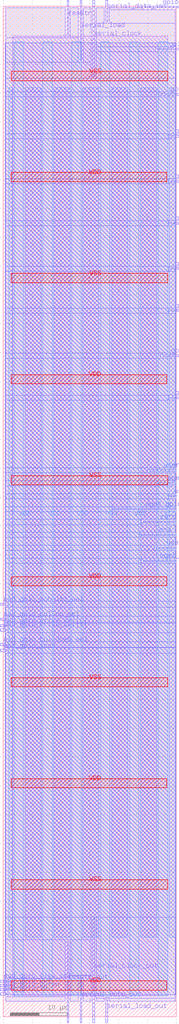
<source format=lef>
VERSION 5.7 ;
  NOWIREEXTENSIONATPIN ON ;
  DIVIDERCHAR "/" ;
  BUSBITCHARS "[]" ;
MACRO gpio_control_block
  CLASS BLOCK ;
  FOREIGN gpio_control_block ;
  ORIGIN 0.000 0.000 ;
  SIZE 30.000 BY 175.000 ;
  PIN VDD
    DIRECTION INOUT ;
    USE POWER ;
    PORT
      LAYER Metal4 ;
        RECT 1.880 3.620 3.480 168.860 ;
    END
    PORT
      LAYER Metal4 ;
        RECT 11.880 3.620 13.480 168.860 ;
    END
    PORT
      LAYER Metal4 ;
        RECT 21.880 3.620 23.480 168.860 ;
    END
    PORT
      LAYER Metal5 ;
        RECT 1.380 4.620 28.300 6.220 ;
    END
    PORT
      LAYER Metal5 ;
        RECT 1.380 39.620 28.300 41.220 ;
    END
    PORT
      LAYER Metal5 ;
        RECT 1.380 74.620 28.300 76.220 ;
    END
    PORT
      LAYER Metal5 ;
        RECT 1.380 109.620 28.300 111.220 ;
    END
    PORT
      LAYER Metal5 ;
        RECT 1.380 144.620 28.300 146.220 ;
    END
  END VDD
  PIN VSS
    DIRECTION INOUT ;
    USE GROUND ;
    PORT
      LAYER Metal4 ;
        RECT 6.880 3.620 8.480 168.860 ;
    END
    PORT
      LAYER Metal4 ;
        RECT 16.880 3.620 18.480 168.860 ;
    END
    PORT
      LAYER Metal4 ;
        RECT 26.880 3.620 28.480 168.860 ;
    END
    PORT
      LAYER Metal5 ;
        RECT 1.380 22.120 28.480 23.720 ;
    END
    PORT
      LAYER Metal5 ;
        RECT 1.380 57.120 28.480 58.720 ;
    END
    PORT
      LAYER Metal5 ;
        RECT 1.380 92.120 28.480 93.720 ;
    END
    PORT
      LAYER Metal5 ;
        RECT 1.380 127.120 28.480 128.720 ;
    END
    PORT
      LAYER Metal5 ;
        RECT 1.380 162.120 28.480 163.720 ;
    END
  END VSS
  PIN gpio_defaults[0]
    DIRECTION INPUT ;
    USE SIGNAL ;
    PORT
      LAYER Metal2 ;
        RECT 24.500 174.720 30.500 175.000 ;
    END
  END gpio_defaults[0]
  PIN gpio_defaults[1]
    DIRECTION INPUT ;
    USE SIGNAL ;
    PORT
      LAYER Metal2 ;
        RECT 26.740 167.440 30.500 167.720 ;
    END
  END gpio_defaults[1]
  PIN gpio_defaults[2]
    DIRECTION INPUT ;
    USE SIGNAL ;
    PORT
      LAYER Metal2 ;
        RECT 27.300 159.630 30.500 159.910 ;
    END
  END gpio_defaults[2]
  PIN gpio_defaults[3]
    DIRECTION INPUT ;
    USE SIGNAL ;
    PORT
      LAYER Metal2 ;
        RECT 28.980 152.350 30.500 152.630 ;
    END
  END gpio_defaults[3]
  PIN gpio_defaults[4]
    DIRECTION INPUT ;
    USE SIGNAL ;
    PORT
      LAYER Metal2 ;
        RECT 28.980 144.530 30.500 144.810 ;
    END
  END gpio_defaults[4]
  PIN gpio_defaults[5]
    DIRECTION INPUT ;
    USE SIGNAL ;
    PORT
      LAYER Metal2 ;
        RECT 28.980 137.250 30.500 137.530 ;
    END
  END gpio_defaults[5]
  PIN gpio_defaults[6]
    DIRECTION INPUT ;
    USE SIGNAL ;
    PORT
      LAYER Metal2 ;
        RECT 28.980 129.430 30.500 129.710 ;
    END
  END gpio_defaults[6]
  PIN gpio_defaults[7]
    DIRECTION INPUT ;
    USE SIGNAL ;
    PORT
      LAYER Metal2 ;
        RECT 28.980 122.150 30.500 122.430 ;
    END
  END gpio_defaults[7]
  PIN gpio_defaults[8]
    DIRECTION INPUT ;
    USE SIGNAL ;
    PORT
      LAYER Metal2 ;
        RECT 27.580 114.330 30.500 114.610 ;
    END
  END gpio_defaults[8]
  PIN gpio_defaults[9]
    DIRECTION INPUT ;
    USE SIGNAL ;
    PORT
      LAYER Metal2 ;
        RECT 28.980 107.050 30.500 107.330 ;
    END
  END gpio_defaults[9]
  PIN mgmt_gpio_in
    DIRECTION OUTPUT TRISTATE ;
    USE SIGNAL ;
    PORT
      LAYER Metal3 ;
        RECT 24.220 78.820 30.000 79.100 ;
    END
  END mgmt_gpio_in
  PIN mgmt_gpio_oeb
    DIRECTION INPUT ;
    USE SIGNAL ;
    PORT
      LAYER Metal3 ;
        RECT 19.180 87.780 30.000 88.060 ;
    END
  END mgmt_gpio_oeb
  PIN mgmt_gpio_out
    DIRECTION INPUT ;
    USE SIGNAL ;
    PORT
      LAYER Metal3 ;
        RECT 27.020 92.260 30.000 92.540 ;
    END
  END mgmt_gpio_out
  PIN one
    DIRECTION OUTPUT TRISTATE ;
    USE SIGNAL ;
    PORT
      LAYER Metal3 ;
        RECT 23.940 83.300 30.000 83.580 ;
    END
  END one
  PIN pad_gpio_drive_sel[0]
    DIRECTION OUTPUT TRISTATE ;
    USE SIGNAL ;
    PORT
      LAYER Metal2 ;
        RECT -0.500 67.510 0.500 67.890 ;
    END
  END pad_gpio_drive_sel[0]
  PIN pad_gpio_drive_sel[1]
    DIRECTION OUTPUT TRISTATE ;
    USE SIGNAL ;
    PORT
      LAYER Metal2 ;
        RECT -0.500 66.800 0.500 67.180 ;
    END
  END pad_gpio_drive_sel[1]
  PIN pad_gpio_in
    DIRECTION INPUT ;
    USE SIGNAL ;
    PORT
      LAYER Metal2 ;
        RECT -0.500 3.760 0.500 4.140 ;
    END
  END pad_gpio_in
  PIN pad_gpio_inen
    DIRECTION OUTPUT TRISTATE ;
    USE SIGNAL ;
    PORT
      LAYER Metal2 ;
        RECT -0.500 63.235 0.500 63.615 ;
    END
  END pad_gpio_inen
  PIN pad_gpio_out
    DIRECTION OUTPUT TRISTATE ;
    USE SIGNAL ;
    PORT
      LAYER Metal2 ;
        RECT -0.500 5.220 0.500 5.600 ;
    END
  END pad_gpio_out
  PIN pad_gpio_outen
    DIRECTION OUTPUT TRISTATE ;
    USE SIGNAL ;
    PORT
      LAYER Metal2 ;
        RECT -0.500 4.490 0.500 4.870 ;
    END
  END pad_gpio_outen
  PIN pad_gpio_pulldown_sel
    DIRECTION OUTPUT TRISTATE ;
    USE SIGNAL ;
    PORT
      LAYER Metal2 ;
        RECT -0.500 64.290 0.500 64.670 ;
    END
  END pad_gpio_pulldown_sel
  PIN pad_gpio_pullup_sel
    DIRECTION OUTPUT TRISTATE ;
    USE SIGNAL ;
    PORT
      LAYER Metal2 ;
        RECT -0.500 68.655 0.500 69.035 ;
    END
  END pad_gpio_pullup_sel
  PIN pad_gpio_schmitt_sel
    DIRECTION OUTPUT TRISTATE ;
    USE SIGNAL ;
    PORT
      LAYER Metal2 ;
        RECT -0.500 71.260 0.500 71.640 ;
    END
  END pad_gpio_schmitt_sel
  PIN pad_gpio_slew_sel
    DIRECTION OUTPUT TRISTATE ;
    USE SIGNAL ;
    PORT
      LAYER Metal2 ;
        RECT -0.500 5.950 0.500 6.330 ;
    END
  END pad_gpio_slew_sel
  PIN resetn
    DIRECTION INPUT ;
    USE SIGNAL ;
    PORT
      LAYER Metal2 ;
        RECT 11.060 169.810 11.340 176.000 ;
    END
  END resetn
  PIN resetn_out
    DIRECTION OUTPUT TRISTATE ;
    USE SIGNAL ;
    PORT
      LAYER Metal2 ;
        RECT 11.060 -1.000 11.340 13.020 ;
    END
  END resetn_out
  PIN serial_clock
    DIRECTION INPUT ;
    USE SIGNAL ;
    PORT
      LAYER Metal2 ;
        RECT 15.540 162.820 15.820 176.000 ;
    END
  END serial_clock
  PIN serial_clock_out
    DIRECTION OUTPUT TRISTATE ;
    USE SIGNAL ;
    PORT
      LAYER Metal2 ;
        RECT 15.540 -1.000 15.820 16.940 ;
    END
  END serial_clock_out
  PIN serial_data_in
    DIRECTION INPUT ;
    USE SIGNAL ;
    PORT
      LAYER Metal2 ;
        RECT 17.780 172.340 18.060 176.000 ;
    END
  END serial_data_in
  PIN serial_data_out
    DIRECTION OUTPUT TRISTATE ;
    USE SIGNAL ;
    PORT
      LAYER Metal2 ;
        RECT 13.300 -1.000 13.580 6.860 ;
    END
  END serial_data_out
  PIN serial_load
    DIRECTION INPUT ;
    USE SIGNAL ;
    PORT
      LAYER Metal2 ;
        RECT 13.300 165.620 13.580 176.000 ;
    END
  END serial_load
  PIN serial_load_out
    DIRECTION OUTPUT TRISTATE ;
    USE SIGNAL ;
    PORT
      LAYER Metal2 ;
        RECT 17.780 -1.000 18.060 2.940 ;
    END
  END serial_load_out
  PIN user_gpio_in
    DIRECTION OUTPUT TRISTATE ;
    USE SIGNAL ;
    PORT
      LAYER Metal3 ;
        RECT 26.460 81.060 30.000 81.340 ;
    END
  END user_gpio_in
  PIN user_gpio_oeb
    DIRECTION INPUT ;
    USE SIGNAL ;
    PORT
      LAYER Metal3 ;
        RECT 29.000 90.020 30.000 90.300 ;
    END
  END user_gpio_oeb
  PIN user_gpio_out
    DIRECTION INPUT ;
    USE SIGNAL ;
    PORT
      LAYER Metal3 ;
        RECT 25.340 94.500 30.000 94.780 ;
    END
  END user_gpio_out
  PIN zero
    DIRECTION OUTPUT TRISTATE ;
    USE SIGNAL ;
    PORT
      LAYER Metal3 ;
        RECT 24.220 85.540 30.000 85.820 ;
    END
  END zero
  OBS
      LAYER Metal1 ;
        RECT 1.680 3.620 28.480 169.810 ;
      LAYER Metal2 ;
        RECT 0.420 169.510 10.760 174.720 ;
        RECT 11.640 169.510 13.000 174.720 ;
        RECT 0.420 165.320 13.000 169.510 ;
        RECT 13.880 165.320 15.240 174.720 ;
        RECT 0.420 162.520 15.240 165.320 ;
        RECT 16.120 172.040 17.480 174.720 ;
        RECT 18.360 174.420 24.200 174.720 ;
        RECT 18.360 172.040 29.820 174.420 ;
        RECT 16.120 168.020 29.820 172.040 ;
        RECT 16.120 167.140 26.440 168.020 ;
        RECT 16.120 162.520 29.820 167.140 ;
        RECT 0.420 160.210 29.820 162.520 ;
        RECT 0.420 159.330 27.000 160.210 ;
        RECT 0.420 152.930 29.820 159.330 ;
        RECT 0.420 152.050 28.680 152.930 ;
        RECT 0.420 145.110 29.820 152.050 ;
        RECT 0.420 144.230 28.680 145.110 ;
        RECT 0.420 137.830 29.820 144.230 ;
        RECT 0.420 136.950 28.680 137.830 ;
        RECT 0.420 130.010 29.820 136.950 ;
        RECT 0.420 129.130 28.680 130.010 ;
        RECT 0.420 122.730 29.820 129.130 ;
        RECT 0.420 121.850 28.680 122.730 ;
        RECT 0.420 114.910 29.820 121.850 ;
        RECT 0.420 114.030 27.280 114.910 ;
        RECT 0.420 107.630 29.820 114.030 ;
        RECT 0.420 106.750 28.680 107.630 ;
        RECT 0.420 71.940 29.820 106.750 ;
        RECT 0.800 70.960 29.820 71.940 ;
        RECT 0.420 69.335 29.820 70.960 ;
        RECT 0.800 68.355 29.820 69.335 ;
        RECT 0.420 68.190 29.820 68.355 ;
        RECT 0.800 66.500 29.820 68.190 ;
        RECT 0.420 64.970 29.820 66.500 ;
        RECT 0.800 63.990 29.820 64.970 ;
        RECT 0.420 63.915 29.820 63.990 ;
        RECT 0.800 62.935 29.820 63.915 ;
        RECT 0.420 17.240 29.820 62.935 ;
        RECT 0.420 13.320 15.240 17.240 ;
        RECT 0.420 6.630 10.760 13.320 ;
        RECT 0.800 3.460 10.760 6.630 ;
        RECT 0.420 2.660 10.760 3.460 ;
        RECT 11.640 7.160 15.240 13.320 ;
        RECT 11.640 2.660 13.000 7.160 ;
        RECT 13.880 2.660 15.240 7.160 ;
        RECT 16.120 3.240 29.820 17.240 ;
        RECT 16.120 2.660 17.480 3.240 ;
        RECT 18.360 2.660 29.820 3.240 ;
      LAYER Metal3 ;
        RECT 0.370 95.080 29.870 168.700 ;
        RECT 0.370 94.200 25.040 95.080 ;
        RECT 0.370 92.840 29.870 94.200 ;
        RECT 0.370 91.960 26.720 92.840 ;
        RECT 0.370 90.600 29.870 91.960 ;
        RECT 0.370 89.720 28.700 90.600 ;
        RECT 0.370 88.360 29.870 89.720 ;
        RECT 0.370 87.480 18.880 88.360 ;
        RECT 0.370 86.120 29.870 87.480 ;
        RECT 0.370 85.240 23.920 86.120 ;
        RECT 0.370 83.880 29.870 85.240 ;
        RECT 0.370 83.000 23.640 83.880 ;
        RECT 0.370 81.640 29.870 83.000 ;
        RECT 0.370 80.760 26.160 81.640 ;
        RECT 0.370 79.400 29.870 80.760 ;
        RECT 0.370 78.520 23.920 79.400 ;
        RECT 0.370 3.780 29.870 78.520 ;
      LAYER Metal4 ;
        RECT 0.980 13.810 1.580 160.910 ;
        RECT 3.780 13.810 6.580 160.910 ;
        RECT 8.780 13.810 11.580 160.910 ;
        RECT 13.780 13.810 16.580 160.910 ;
        RECT 18.780 13.810 21.580 160.910 ;
        RECT 23.780 13.810 26.580 160.910 ;
        RECT 28.780 13.810 29.820 160.910 ;
  END
END gpio_control_block
END LIBRARY


</source>
